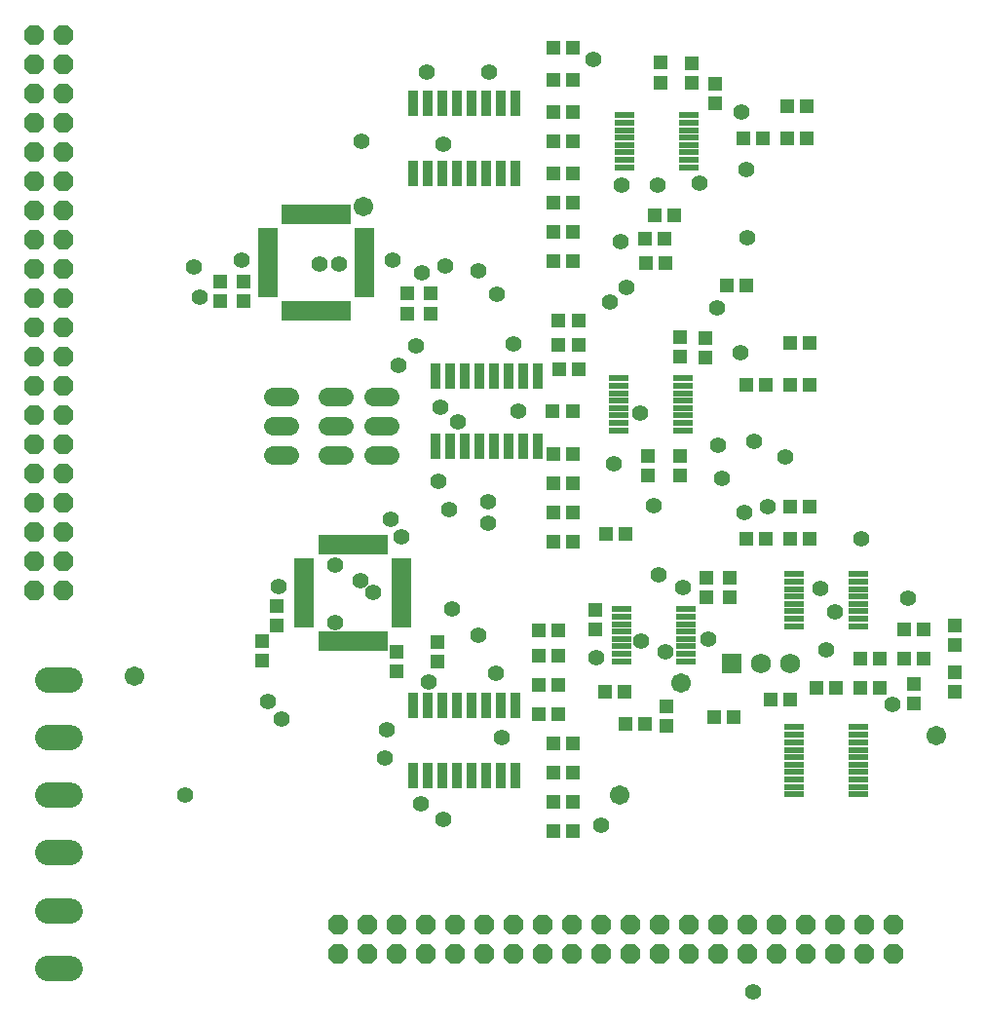
<source format=gts>
G75*
%MOIN*%
%OFA0B0*%
%FSLAX24Y24*%
%IPPOS*%
%LPD*%
%AMOC8*
5,1,8,0,0,1.08239X$1,22.5*
%
%ADD10R,0.0660X0.0190*%
%ADD11R,0.0190X0.0660*%
%ADD12R,0.0660X0.0220*%
%ADD13R,0.0474X0.0513*%
%ADD14C,0.0640*%
%ADD15R,0.0513X0.0474*%
%ADD16R,0.0680X0.0680*%
%ADD17C,0.0680*%
%ADD18OC8,0.0680*%
%ADD19R,0.0340X0.0880*%
%ADD20C,0.0860*%
%ADD21C,0.0555*%
%ADD22C,0.0671*%
D10*
X013550Y015230D03*
X013550Y015420D03*
X013550Y015620D03*
X013550Y015820D03*
X013550Y016010D03*
X013550Y016210D03*
X013550Y016410D03*
X013550Y016610D03*
X013550Y016800D03*
X013550Y017000D03*
X013550Y017200D03*
X013550Y017390D03*
X016870Y017390D03*
X016870Y017200D03*
X016870Y017000D03*
X016870Y016800D03*
X016870Y016610D03*
X016870Y016410D03*
X016870Y016210D03*
X016870Y016010D03*
X016870Y015820D03*
X016870Y015620D03*
X016870Y015420D03*
X016870Y015230D03*
X015620Y026530D03*
X015620Y026720D03*
X015620Y026920D03*
X015620Y027120D03*
X015620Y027310D03*
X015620Y027510D03*
X015620Y027710D03*
X015620Y027910D03*
X015620Y028100D03*
X015620Y028300D03*
X015620Y028500D03*
X015620Y028690D03*
X012300Y028690D03*
X012300Y028500D03*
X012300Y028300D03*
X012300Y028100D03*
X012300Y027910D03*
X012300Y027710D03*
X012300Y027510D03*
X012300Y027310D03*
X012300Y027120D03*
X012300Y026920D03*
X012300Y026720D03*
X012300Y026530D03*
D11*
X012880Y025950D03*
X013070Y025950D03*
X013270Y025950D03*
X013470Y025950D03*
X013660Y025950D03*
X013860Y025950D03*
X014060Y025950D03*
X014260Y025950D03*
X014450Y025950D03*
X014650Y025950D03*
X014850Y025950D03*
X015040Y025950D03*
X015040Y029270D03*
X014850Y029270D03*
X014650Y029270D03*
X014450Y029270D03*
X014260Y029270D03*
X014060Y029270D03*
X013860Y029270D03*
X013660Y029270D03*
X013470Y029270D03*
X013270Y029270D03*
X013070Y029270D03*
X012880Y029270D03*
X014130Y017970D03*
X014320Y017970D03*
X014520Y017970D03*
X014720Y017970D03*
X014910Y017970D03*
X015110Y017970D03*
X015310Y017970D03*
X015510Y017970D03*
X015700Y017970D03*
X015900Y017970D03*
X016100Y017970D03*
X016290Y017970D03*
X016290Y014650D03*
X016100Y014650D03*
X015900Y014650D03*
X015700Y014650D03*
X015510Y014650D03*
X015310Y014650D03*
X015110Y014650D03*
X014910Y014650D03*
X014720Y014650D03*
X014520Y014650D03*
X014320Y014650D03*
X014130Y014650D03*
D12*
X024400Y014730D03*
X024400Y014480D03*
X024400Y014220D03*
X024400Y013960D03*
X024400Y014990D03*
X024400Y015240D03*
X024400Y015500D03*
X024400Y015760D03*
X026620Y015760D03*
X026620Y015500D03*
X026620Y015240D03*
X026620Y014990D03*
X026620Y014730D03*
X026620Y014480D03*
X026620Y014220D03*
X026620Y013960D03*
X030300Y015160D03*
X030300Y015420D03*
X030300Y015680D03*
X030300Y015930D03*
X030300Y016190D03*
X030300Y016440D03*
X030300Y016700D03*
X030300Y016960D03*
X032520Y016960D03*
X032520Y016700D03*
X032520Y016440D03*
X032520Y016190D03*
X032520Y015930D03*
X032520Y015680D03*
X032520Y015420D03*
X032520Y015160D03*
X032520Y011710D03*
X032520Y011460D03*
X032520Y011200D03*
X032520Y010940D03*
X032520Y010690D03*
X032520Y010430D03*
X032520Y010180D03*
X032520Y009920D03*
X032520Y009660D03*
X032520Y009410D03*
X030300Y009410D03*
X030300Y009660D03*
X030300Y009920D03*
X030300Y010180D03*
X030300Y010430D03*
X030300Y010690D03*
X030300Y010940D03*
X030300Y011200D03*
X030300Y011460D03*
X030300Y011710D03*
X026520Y021860D03*
X026520Y022120D03*
X026520Y022380D03*
X026520Y022630D03*
X026520Y022890D03*
X026520Y023140D03*
X026520Y023400D03*
X026520Y023660D03*
X024300Y023660D03*
X024300Y023400D03*
X024300Y023140D03*
X024300Y022890D03*
X024300Y022630D03*
X024300Y022380D03*
X024300Y022120D03*
X024300Y021860D03*
X024500Y030860D03*
X024500Y031120D03*
X024500Y031380D03*
X024500Y031630D03*
X024500Y031890D03*
X024500Y032140D03*
X024500Y032400D03*
X024500Y032660D03*
X026720Y032660D03*
X026720Y032400D03*
X026720Y032140D03*
X026720Y031890D03*
X026720Y031630D03*
X026720Y031380D03*
X026720Y031120D03*
X026720Y030860D03*
D13*
X027620Y033055D03*
X027620Y033725D03*
X026800Y033765D03*
X026800Y034435D03*
X025730Y034445D03*
X025730Y033775D03*
X017860Y026545D03*
X017860Y025875D03*
X017060Y025875D03*
X017060Y026545D03*
X011460Y026295D03*
X011460Y026965D03*
X010660Y026965D03*
X010660Y026295D03*
X012600Y015875D03*
X012600Y015205D03*
X012120Y014665D03*
X012120Y013995D03*
X016710Y014295D03*
X016710Y013625D03*
X018110Y013965D03*
X018110Y014635D03*
X023510Y015045D03*
X023510Y015715D03*
X025940Y012435D03*
X025940Y011765D03*
X027300Y016155D03*
X027300Y016825D03*
X028110Y016825D03*
X028110Y016155D03*
X026410Y020325D03*
X026410Y020995D03*
X025310Y020995D03*
X025310Y020325D03*
X026400Y024395D03*
X026400Y025065D03*
X027270Y025035D03*
X027270Y024365D03*
X035810Y015195D03*
X035810Y014525D03*
X035810Y013595D03*
X035810Y012925D03*
X034410Y013195D03*
X034410Y012525D03*
D14*
X016460Y021010D02*
X015900Y021010D01*
X015900Y022010D02*
X016460Y022010D01*
X016460Y023010D02*
X015900Y023010D01*
X014900Y023010D02*
X014340Y023010D01*
X014340Y022010D02*
X014900Y022010D01*
X014900Y021010D02*
X014340Y021010D01*
X013040Y021010D02*
X012480Y021010D01*
X012480Y022010D02*
X013040Y022010D01*
X013040Y023010D02*
X012480Y023010D01*
D15*
X021585Y015040D03*
X022255Y015040D03*
X022255Y014160D03*
X021585Y014160D03*
X021585Y013160D03*
X022255Y013160D03*
X022255Y012160D03*
X021585Y012160D03*
X022075Y011160D03*
X022745Y011160D03*
X022745Y010160D03*
X022075Y010160D03*
X022075Y009160D03*
X022745Y009160D03*
X022745Y008160D03*
X022075Y008160D03*
X024525Y011840D03*
X025195Y011840D03*
X024505Y012940D03*
X023835Y012940D03*
X027575Y012060D03*
X028245Y012060D03*
X029515Y012650D03*
X030185Y012650D03*
X031075Y013060D03*
X031745Y013060D03*
X032575Y013060D03*
X033245Y013060D03*
X033245Y014060D03*
X032575Y014060D03*
X034075Y014060D03*
X034745Y014060D03*
X034745Y015060D03*
X034075Y015060D03*
X030845Y018160D03*
X030175Y018160D03*
X029345Y018160D03*
X028675Y018160D03*
X030175Y019260D03*
X030845Y019260D03*
X030835Y023440D03*
X030165Y023440D03*
X029345Y023430D03*
X028675Y023430D03*
X030165Y024860D03*
X030835Y024860D03*
X028675Y026810D03*
X028005Y026810D03*
X025895Y027600D03*
X025225Y027600D03*
X025215Y028410D03*
X025885Y028410D03*
X026195Y029210D03*
X025525Y029210D03*
X022745Y029660D03*
X022075Y029660D03*
X022075Y030660D03*
X022745Y030660D03*
X022745Y031760D03*
X022075Y031760D03*
X022075Y032760D03*
X022745Y032760D03*
X022745Y033860D03*
X022075Y033860D03*
X022075Y034960D03*
X022745Y034960D03*
X028575Y031860D03*
X029245Y031860D03*
X030075Y031860D03*
X030745Y031860D03*
X030745Y032960D03*
X030075Y032960D03*
X022745Y028660D03*
X022075Y028660D03*
X022075Y027660D03*
X022745Y027660D03*
X022925Y025620D03*
X022255Y025620D03*
X022255Y024780D03*
X022925Y024780D03*
X022945Y023960D03*
X022275Y023960D03*
X022055Y022540D03*
X022725Y022540D03*
X022745Y021060D03*
X022075Y021060D03*
X022075Y020060D03*
X022745Y020060D03*
X022745Y019060D03*
X022075Y019060D03*
X022075Y018060D03*
X022745Y018060D03*
X023865Y018310D03*
X024535Y018310D03*
D16*
X028170Y013900D03*
D17*
X029170Y013900D03*
X030170Y013900D03*
D18*
X029710Y004960D03*
X028710Y004960D03*
X028710Y003960D03*
X029710Y003960D03*
X030710Y003960D03*
X031710Y003960D03*
X031710Y004960D03*
X030710Y004960D03*
X032710Y004960D03*
X032710Y003960D03*
X033710Y003960D03*
X033710Y004960D03*
X027710Y004960D03*
X027710Y003960D03*
X026710Y003960D03*
X025710Y003960D03*
X025710Y004960D03*
X026710Y004960D03*
X024710Y004960D03*
X024710Y003960D03*
X023710Y003960D03*
X022710Y003960D03*
X022710Y004960D03*
X023710Y004960D03*
X021710Y004960D03*
X020710Y004960D03*
X020710Y003960D03*
X021710Y003960D03*
X019710Y003960D03*
X019710Y004960D03*
X018710Y004960D03*
X017710Y004960D03*
X017710Y003960D03*
X018710Y003960D03*
X016710Y003960D03*
X015710Y003960D03*
X015710Y004960D03*
X016710Y004960D03*
X014710Y004960D03*
X014710Y003960D03*
X005310Y016380D03*
X005310Y017380D03*
X004310Y017380D03*
X004310Y016380D03*
X004310Y018380D03*
X005310Y018380D03*
X005310Y019380D03*
X005310Y020380D03*
X004310Y020380D03*
X004310Y019380D03*
X004310Y021380D03*
X004310Y022380D03*
X005310Y022380D03*
X005310Y021380D03*
X005310Y023380D03*
X004310Y023380D03*
X004310Y024380D03*
X004310Y025380D03*
X005310Y025380D03*
X005310Y024380D03*
X005310Y026380D03*
X004310Y026380D03*
X004310Y027380D03*
X004310Y028380D03*
X005310Y028380D03*
X005310Y027380D03*
X005310Y029380D03*
X004310Y029380D03*
X004310Y030380D03*
X004310Y031380D03*
X005310Y031380D03*
X005310Y030380D03*
X005310Y032380D03*
X005310Y033380D03*
X004310Y033380D03*
X004310Y032380D03*
X004310Y034380D03*
X005310Y034380D03*
X005310Y035380D03*
X004310Y035380D03*
D19*
X017260Y033070D03*
X017760Y033070D03*
X018260Y033070D03*
X018760Y033070D03*
X019260Y033070D03*
X019760Y033070D03*
X020260Y033070D03*
X020760Y033070D03*
X020760Y030650D03*
X020260Y030650D03*
X019760Y030650D03*
X019260Y030650D03*
X018760Y030650D03*
X018260Y030650D03*
X017760Y030650D03*
X017260Y030650D03*
X018050Y023730D03*
X018550Y023730D03*
X019050Y023730D03*
X019550Y023730D03*
X020050Y023730D03*
X020550Y023730D03*
X021050Y023730D03*
X021550Y023730D03*
X021550Y021310D03*
X021050Y021310D03*
X020550Y021310D03*
X020050Y021310D03*
X019550Y021310D03*
X019050Y021310D03*
X018550Y021310D03*
X018050Y021310D03*
X018260Y012470D03*
X017760Y012470D03*
X017260Y012470D03*
X018760Y012470D03*
X019260Y012470D03*
X019760Y012470D03*
X020260Y012470D03*
X020760Y012470D03*
X020760Y010050D03*
X020260Y010050D03*
X019760Y010050D03*
X019260Y010050D03*
X018760Y010050D03*
X018260Y010050D03*
X017760Y010050D03*
X017260Y010050D03*
D20*
X005550Y003470D02*
X004770Y003470D01*
X004770Y005440D02*
X005550Y005440D01*
X005550Y007410D02*
X004770Y007410D01*
X004770Y009390D02*
X005550Y009390D01*
X005550Y011360D02*
X004770Y011360D01*
X004770Y013330D02*
X005550Y013330D01*
D21*
X009480Y009390D03*
X012770Y012000D03*
X012290Y012580D03*
X014590Y015300D03*
X015910Y016330D03*
X015460Y016710D03*
X014610Y017260D03*
X012660Y016520D03*
X016510Y018820D03*
X016870Y018240D03*
X018490Y019160D03*
X018140Y020120D03*
X019830Y019420D03*
X019830Y018700D03*
X018610Y015750D03*
X019510Y014860D03*
X020120Y013560D03*
X020310Y011360D03*
X017810Y013260D03*
X016370Y011640D03*
X016310Y010660D03*
X017550Y009080D03*
X018310Y008560D03*
X023710Y008360D03*
X023550Y014080D03*
X025060Y014660D03*
X025910Y014280D03*
X027370Y014710D03*
X026510Y016500D03*
X025670Y016930D03*
X025510Y019280D03*
X024140Y020740D03*
X025040Y022450D03*
X027710Y021360D03*
X027850Y020240D03*
X028610Y019060D03*
X029410Y019260D03*
X030010Y020960D03*
X028930Y021490D03*
X028470Y024540D03*
X027680Y026070D03*
X028690Y028460D03*
X027080Y030310D03*
X025650Y030270D03*
X024410Y030260D03*
X024380Y028310D03*
X024570Y026760D03*
X024010Y026260D03*
X020700Y024840D03*
X020150Y026540D03*
X019510Y027310D03*
X018360Y027480D03*
X017580Y027250D03*
X016560Y027680D03*
X014730Y027550D03*
X014070Y027550D03*
X011420Y027680D03*
X009960Y026410D03*
X009760Y027450D03*
X015510Y031760D03*
X017730Y034140D03*
X019870Y034110D03*
X018310Y031660D03*
X023440Y034570D03*
X028510Y032760D03*
X028670Y030800D03*
X020870Y022540D03*
X018810Y022150D03*
X018190Y022660D03*
X016760Y024100D03*
X017360Y024760D03*
X031210Y016460D03*
X031710Y015660D03*
X031410Y014360D03*
X033660Y012480D03*
X034220Y016120D03*
X032590Y018150D03*
X028900Y002670D03*
D22*
X024340Y009380D03*
X026430Y013240D03*
X035160Y011420D03*
X015560Y029520D03*
X007740Y013460D03*
M02*

</source>
